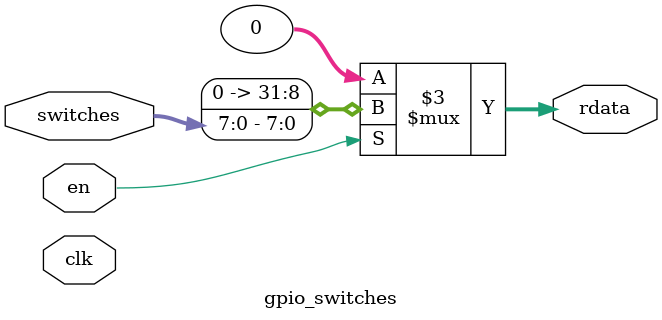
<source format=sv>
module gpio_switches (
    input  logic        clk,
    input  logic        en,
    input  logic [7:0]  switches,
    output logic [31:0] rdata
);
    always_comb begin
        if (en)
            rdata = {24'b0, switches};
        else
            rdata = 32'h0000_0000;
    end
endmodule

</source>
